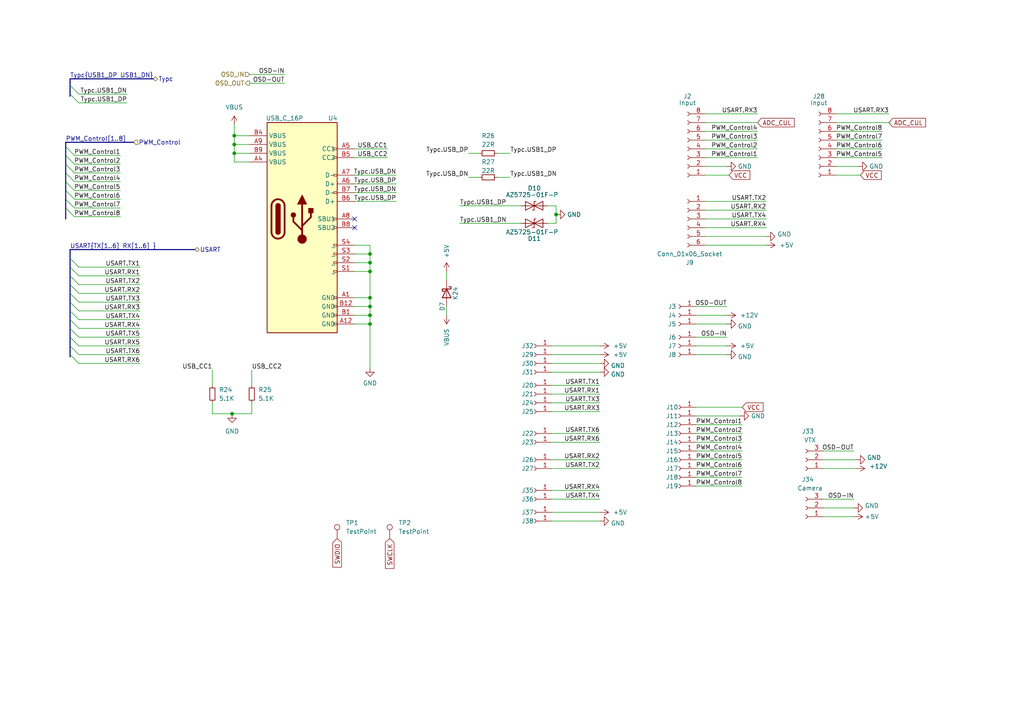
<source format=kicad_sch>
(kicad_sch (version 20231120) (generator "eeschema") (generator_version "8.0")
  (paper "A4")
  (lib_symbols
    (symbol "+5V_1" (power) (pin_numbers hide) (pin_names (offset 0) hide)
      (property "Value" "+5V" (at 0 3.556 0))
      (symbol "+5V_1_0_1"
        (polyline (pts (xy -0.762 1.27) (xy 0 2.54)))
        (polyline (pts (xy 0 0) (xy 0 2.54)))
        (polyline (pts (xy 0 2.54) (xy 0.762 1.27)))
      )
      (symbol "+5V_1_1_1"
        (pin power_in line (at 0 0 90) (length 0) (name "~") (number "1"))
      )
    )
    (symbol "Connector:Conn_01x01_Socket" (pin_names (offset 1.016) hide)
      (property "Reference" "J" (at 0 2.54 0))
      (property "Value" "Conn_01x01_Socket" (at 0 -2.54 0))
      (symbol "Conn_01x01_Socket_1_1"
        (polyline (pts (xy -1.27 0) (xy -0.508 0)) (stroke (width 0.1524)))
        (arc (start 0 0.508) (mid -0.5058 0) (end 0 -0.508) (stroke (width 0.1524)))
        (pin passive line (at -5.08 0 0) (length 3.81) (name "Pin_1") (number "1"))
      )
    )
    (symbol "Connector:Conn_01x03_Socket" (pin_names (offset 1.016) hide)
      (property "Reference" "J" (at 0 5.08 0))
      (property "Value" "Conn_01x03_Socket" (at 0 -5.08 0))
      (symbol "Conn_01x03_Socket_1_1"
        (arc (start 0 -2.032) (mid -0.5058 -2.54) (end 0 -3.048) (stroke (width 0.1524)))
        (polyline (pts (xy -1.27 -2.54) (xy -0.508 -2.54)) (stroke (width 0.1524)))
        (polyline (pts (xy -1.27 0) (xy -0.508 0)) (stroke (width 0.1524)))
        (polyline (pts (xy -1.27 2.54) (xy -0.508 2.54)) (stroke (width 0.1524)))
        (arc (start 0 0.508) (mid -0.5058 0) (end 0 -0.508) (stroke (width 0.1524)))
        (arc (start 0 3.048) (mid -0.5058 2.54) (end 0 2.032) (stroke (width 0.1524)))
        (pin passive line (at -5.08 2.54 0) (length 3.81) (name "Pin_1") (number "1"))
        (pin passive line (at -5.08 0 0) (length 3.81) (name "Pin_2") (number "2"))
        (pin passive line (at -5.08 -2.54 0) (length 3.81) (name "Pin_3") (number "3"))
      )
    )
    (symbol "Connector:Conn_01x06_Socket" (pin_names (offset 1.016) hide)
      (property "Reference" "J" (at 0 7.62 0))
      (property "Value" "Conn_01x06_Socket" (at 0 -10.16 0))
      (symbol "Conn_01x06_Socket_1_1"
        (arc (start 0 -7.112) (mid -0.5058 -7.62) (end 0 -8.128) (stroke (width 0.1524)))
        (arc (start 0 -4.572) (mid -0.5058 -5.08) (end 0 -5.588) (stroke (width 0.1524)))
        (arc (start 0 -2.032) (mid -0.5058 -2.54) (end 0 -3.048) (stroke (width 0.1524)))
        (polyline (pts (xy -1.27 -7.62) (xy -0.508 -7.62)) (stroke (width 0.1524)))
        (polyline (pts (xy -1.27 -5.08) (xy -0.508 -5.08)) (stroke (width 0.1524)))
        (polyline (pts (xy -1.27 -2.54) (xy -0.508 -2.54)) (stroke (width 0.1524)))
        (polyline (pts (xy -1.27 0) (xy -0.508 0)) (stroke (width 0.1524)))
        (polyline (pts (xy -1.27 2.54) (xy -0.508 2.54)) (stroke (width 0.1524)))
        (polyline (pts (xy -1.27 5.08) (xy -0.508 5.08)) (stroke (width 0.1524)))
        (arc (start 0 0.508) (mid -0.5058 0) (end 0 -0.508) (stroke (width 0.1524)))
        (arc (start 0 3.048) (mid -0.5058 2.54) (end 0 2.032) (stroke (width 0.1524)))
        (arc (start 0 5.588) (mid -0.5058 5.08) (end 0 4.572) (stroke (width 0.1524)))
        (pin passive line (at -5.08 5.08 0) (length 3.81) (name "Pin_1") (number "1"))
        (pin passive line (at -5.08 2.54 0) (length 3.81) (name "Pin_2") (number "2"))
        (pin passive line (at -5.08 0 0) (length 3.81) (name "Pin_3") (number "3"))
        (pin passive line (at -5.08 -2.54 0) (length 3.81) (name "Pin_4") (number "4"))
        (pin passive line (at -5.08 -5.08 0) (length 3.81) (name "Pin_5") (number "5"))
        (pin passive line (at -5.08 -7.62 0) (length 3.81) (name "Pin_6") (number "6"))
      )
    )
    (symbol "Connector:Conn_01x08_Socket" (pin_names (offset 1.016) hide)
      (property "Reference" "J" (at 0 10.16 0))
      (property "Value" "Conn_01x08_Socket" (at 0 -12.7 0))
      (symbol "Conn_01x08_Socket_1_1"
        (arc (start 0 -9.652) (mid -0.5058 -10.16) (end 0 -10.668) (stroke (width 0.1524)))
        (arc (start 0 -7.112) (mid -0.5058 -7.62) (end 0 -8.128) (stroke (width 0.1524)))
        (arc (start 0 -4.572) (mid -0.5058 -5.08) (end 0 -5.588) (stroke (width 0.1524)))
        (arc (start 0 -2.032) (mid -0.5058 -2.54) (end 0 -3.048) (stroke (width 0.1524)))
        (polyline (pts (xy -1.27 -10.16) (xy -0.508 -10.16)) (stroke (width 0.1524)))
        (polyline (pts (xy -1.27 -7.62) (xy -0.508 -7.62)) (stroke (width 0.1524)))
        (polyline (pts (xy -1.27 -5.08) (xy -0.508 -5.08)) (stroke (width 0.1524)))
        (polyline (pts (xy -1.27 -2.54) (xy -0.508 -2.54)) (stroke (width 0.1524)))
        (polyline (pts (xy -1.27 0) (xy -0.508 0)) (stroke (width 0.1524)))
        (polyline (pts (xy -1.27 2.54) (xy -0.508 2.54)) (stroke (width 0.1524)))
        (polyline (pts (xy -1.27 5.08) (xy -0.508 5.08)) (stroke (width 0.1524)))
        (polyline (pts (xy -1.27 7.62) (xy -0.508 7.62)) (stroke (width 0.1524)))
        (arc (start 0 0.508) (mid -0.5058 0) (end 0 -0.508) (stroke (width 0.1524)))
        (arc (start 0 3.048) (mid -0.5058 2.54) (end 0 2.032) (stroke (width 0.1524)))
        (arc (start 0 5.588) (mid -0.5058 5.08) (end 0 4.572) (stroke (width 0.1524)))
        (arc (start 0 8.128) (mid -0.5058 7.62) (end 0 7.112) (stroke (width 0.1524)))
        (pin passive line (at -5.08 7.62 0) (length 3.81) (name "Pin_1") (number "1"))
        (pin passive line (at -5.08 5.08 0) (length 3.81) (name "Pin_2") (number "2"))
        (pin passive line (at -5.08 2.54 0) (length 3.81) (name "Pin_3") (number "3"))
        (pin passive line (at -5.08 0 0) (length 3.81) (name "Pin_4") (number "4"))
        (pin passive line (at -5.08 -2.54 0) (length 3.81) (name "Pin_5") (number "5"))
        (pin passive line (at -5.08 -5.08 0) (length 3.81) (name "Pin_6") (number "6"))
        (pin passive line (at -5.08 -7.62 0) (length 3.81) (name "Pin_7") (number "7"))
        (pin passive line (at -5.08 -10.16 0) (length 3.81) (name "Pin_8") (number "8"))
      )
    )
    (symbol "Connector:TestPoint" (pin_numbers hide) (pin_names (offset 0.762) hide)
      (property "Reference" "TP" (at 0 6.858 0))
      (property "Value" "TestPoint" (at 0 5.08 0))
      (symbol "TestPoint_0_1"
        (circle (center 0 3.302) (radius 0.762))
      )
      (symbol "TestPoint_1_1"
        (pin passive line (at 0 0 90) (length 2.54) (name "1") (number "1"))
      )
    )
    (symbol "Device:R_Small" (pin_numbers hide) (pin_names (offset 0.254) hide)
      (property "Reference" "R" (at 0.762 0.508 0))
      (property "Value" "R_Small" (at 0.762 -1.016 0))
      (symbol "R_Small_0_1"
        (rectangle (start -0.762 1.778) (end 0.762 -1.778) (stroke (width 0.2032)))
      )
      (symbol "R_Small_1_1"
        (pin passive line (at 0 2.54 270) (length 0.762) (name "~") (number "1"))
        (pin passive line (at 0 -2.54 90) (length 0.762) (name "~") (number "2"))
      )
    )
    (symbol "Diode:1N5819WS" (pin_numbers hide) (pin_names (offset 1.016) hide)
      (property "Reference" "D" (at 0 2.54 0))
      (property "Value" "1N5819WS" (at 0 -2.54 0))
      (symbol "1N5819WS_0_1"
        (polyline (pts (xy 1.27 0) (xy -1.27 0)))
        (polyline (pts (xy 1.27 1.27) (xy 1.27 -1.27) (xy -1.27 0) (xy 1.27 1.27)) (stroke (width 0.254)))
        (polyline (pts (xy -1.905 0.635) (xy -1.905 1.27) (xy -1.27 1.27) (xy -1.27 -1.27) (xy -0.635 -1.27) (xy -0.635 -0.635)) (stroke (width 0.254)))
      )
      (symbol "1N5819WS_1_1"
        (pin passive line (at -3.81 0 0) (length 2.54) (name "K") (number "1"))
        (pin passive line (at 3.81 0 180) (length 2.54) (name "A") (number "2"))
      )
    )
    (symbol "Diode:ESD9B3.3ST5G" (pin_numbers hide) (pin_names (offset 1.016) hide)
      (property "Reference" "D" (at 0 2.54 0))
      (property "Value" "ESD9B3.3ST5G" (at 0 -2.54 0))
      (symbol "ESD9B3.3ST5G_0_1"
        (polyline (pts (xy 1.27 0) (xy -1.27 0)))
        (polyline (pts (xy -2.54 -1.27) (xy 0 0) (xy -2.54 1.27) (xy -2.54 -1.27)) (stroke (width 0.2032)))
        (polyline (pts (xy 0.508 1.27) (xy 0 1.27) (xy 0 -1.27) (xy -0.508 -1.27)) (stroke (width 0.2032)))
        (polyline (pts (xy 2.54 1.27) (xy 2.54 -1.27) (xy 0 0) (xy 2.54 1.27)) (stroke (width 0.2032)))
      )
      (symbol "ESD9B3.3ST5G_1_1"
        (pin passive line (at -3.81 0 0) (length 2.54) (name "A1") (number "1"))
        (pin passive line (at 3.81 0 180) (length 2.54) (name "A2") (number "2"))
      )
    )
    (symbol "PCM_4ms_Power-symbol:+12V" (power) (pin_names (offset 0))
      (property "Value" "+12V" (at 0 3.556 0))
      (symbol "+12V_0_1"
        (polyline (pts (xy -0.762 1.27) (xy 0 2.54)))
        (polyline (pts (xy 0 0) (xy 0 2.54)))
        (polyline (pts (xy 0 2.54) (xy 0.762 1.27)))
      )
      (symbol "+12V_1_1"
        (pin power_in line (at 0 0 90) (length 0) hide (name "+12V") (number "1"))
      )
    )
    (symbol "PCM_4ms_Power-symbol:+5V" (power) (pin_names (offset 0))
      (property "Value" "+5V" (at 0 3.556 0))
      (symbol "+5V_0_1"
        (polyline (pts (xy -0.762 1.27) (xy 0 2.54)))
        (polyline (pts (xy 0 0) (xy 0 2.54)))
        (polyline (pts (xy 0 2.54) (xy 0.762 1.27)))
      )
      (symbol "+5V_1_1"
        (pin power_in line (at 0 0 90) (length 0) hide (name "+5V") (number "1"))
      )
    )
    (symbol "PCM_4ms_Power-symbol:GND" (power) (pin_names (offset 0))
      (property "Value" "GND" (at 0 -3.81 0))
      (symbol "GND_0_1"
        (polyline (pts (xy 0 0) (xy 0 -1.27) (xy 1.27 -1.27) (xy 0 -2.54) (xy -1.27 -1.27) (xy 0 -1.27)))
      )
      (symbol "GND_1_1"
        (pin power_in line (at 0 0 270) (length 0) hide (name "GND") (number "1"))
      )
    )
    (symbol "Thorn_Library:USB_C_16P"
      (property "Reference" "U" (at -1.27 40.64 0))
      (property "Value" "USB_C_16P" (at -7.62 40.64 0))
      (symbol "USB_C_16P_0_0"
        (rectangle (start 13.97 -18.796) (end 12.954 -19.304))
        (rectangle (start 13.97 -16.256) (end 12.954 -16.764))
        (rectangle (start 13.97 -13.716) (end 12.954 -14.224))
        (rectangle (start 13.97 -11.176) (end 12.954 -11.684))
        (rectangle (start 13.97 -3.556) (end 12.954 -4.064))
        (rectangle (start 13.97 -1.016) (end 12.954 -1.524))
        (rectangle (start 13.97 1.524) (end 12.954 1.016))
        (rectangle (start 13.97 4.064) (end 12.954 3.556))
        (rectangle (start 13.97 9.144) (end 12.954 8.636))
        (rectangle (start 13.97 11.684) (end 12.954 11.176))
        (rectangle (start 13.97 19.304) (end 12.954 18.796))
        (rectangle (start 13.97 24.384) (end 12.954 23.876))
        (rectangle (start 13.97 29.464) (end 12.954 28.956))
        (rectangle (start 13.97 32.004) (end 12.954 31.496))
      )
      (symbol "USB_C_16P_0_1"
        (rectangle (start -6.35 39.37) (end 13.97 -21.59) (stroke (width 0.254)) (fill (type background)))
        (arc (start -5.08 7.62) (mid -3.175 5.7233) (end -1.27 7.62) (stroke (width 0.508)))
        (arc (start -3.81 7.62) (mid -3.175 6.9877) (end -2.54 7.62) (stroke (width 0.254)))
        (arc (start -3.81 7.62) (mid -3.175 6.9877) (end -2.54 7.62) (stroke (width 0.254)) (fill (type outline)))
        (rectangle (start -3.81 7.62) (end -2.54 15.24) (stroke (width 0.254)) (fill (type outline)))
        (arc (start -2.54 15.24) (mid -3.175 15.8723) (end -3.81 15.24) (stroke (width 0.254)))
        (arc (start -2.54 15.24) (mid -3.175 15.8723) (end -3.81 15.24) (stroke (width 0.254)) (fill (type outline)))
        (arc (start -1.27 15.24) (mid -3.175 17.1367) (end -5.08 15.24) (stroke (width 0.508)))
        (polyline (pts (xy -5.08 7.62) (xy -5.08 15.24)) (stroke (width 0.508)))
        (polyline (pts (xy -1.27 15.24) (xy -1.27 7.62)) (stroke (width 0.508)))
      )
      (symbol "USB_C_16P_1_1"
        (polyline (pts (xy 3.81 5.588) (xy 3.81 15.748)) (stroke (width 0.508)))
        (polyline (pts (xy 3.81 8.128) (xy 1.27 10.668) (xy 1.27 11.938)) (stroke (width 0.508)))
        (polyline (pts (xy 3.81 9.398) (xy 6.35 11.938) (xy 6.35 13.208)) (stroke (width 0.508)))
        (polyline (pts (xy 2.54 15.748) (xy 3.81 18.288) (xy 5.08 15.748) (xy 2.54 15.748)) (stroke (width 0.254)) (fill (type outline)))
        (circle (center 1.27 12.573) (radius 0.635) (stroke (width 0.254)) (fill (type outline)))
        (circle (center 3.81 5.588) (radius 1.27) (fill (type outline)))
        (rectangle (start 5.715 13.208) (end 6.985 14.478) (stroke (width 0.254)) (fill (type outline)))
        (pin passive line (at 19.05 -11.43 180) (length 5.08) (name "GND") (number "A1"))
        (pin passive line (at 19.05 -19.05 180) (length 5.08) (name "GND") (number "A12"))
        (pin passive line (at -11.43 27.94 0) (length 5.08) (name "VBUS") (number "A4"))
        (pin bidirectional line (at 19.05 31.75 180) (length 5.08) (name "CC1") (number "A5"))
        (pin bidirectional line (at 19.05 21.59 180) (length 5.08) (name "D+") (number "A6"))
        (pin bidirectional line (at 19.05 24.13 180) (length 5.08) (name "D-") (number "A7"))
        (pin bidirectional line (at 19.05 11.43 180) (length 5.08) (name "SBU1") (number "A8"))
        (pin passive line (at -11.43 33.02 0) (length 5.08) (name "VBUS") (number "A9"))
        (pin passive line (at 19.05 -16.51 180) (length 5.08) (name "GND") (number "B1"))
        (pin passive line (at 19.05 -13.97 180) (length 5.08) (name "GND") (number "B12"))
        (pin passive line (at -11.43 35.56 0) (length 5.08) (name "VBUS") (number "B4"))
        (pin bidirectional line (at 19.05 29.21 180) (length 5.08) (name "CC2") (number "B5"))
        (pin bidirectional line (at 19.05 16.51 180) (length 5.08) (name "D+") (number "B6"))
        (pin bidirectional line (at 19.05 19.05 180) (length 5.08) (name "D-") (number "B7"))
        (pin bidirectional line (at 19.05 8.89 180) (length 5.08) (name "SBU2") (number "B8"))
        (pin passive line (at -11.43 30.48 0) (length 5.08) (name "VBUS") (number "B9"))
        (pin passive line (at 19.05 -3.81 180) (length 5.08) (name "_") (number "S1"))
        (pin passive line (at 19.05 -1.27 180) (length 5.08) (name "_") (number "S2"))
        (pin passive line (at 19.05 1.27 180) (length 5.08) (name "_") (number "S3"))
        (pin passive line (at 19.05 3.81 180) (length 5.08) (name "_") (number "S4"))
      )
    )
    (symbol "power:+12V" (power) (pin_numbers hide) (pin_names (offset 0) hide)
      (property "Value" "+12V" (at 0 3.556 0))
      (symbol "+12V_0_1"
        (polyline (pts (xy -0.762 1.27) (xy 0 2.54)))
        (polyline (pts (xy 0 0) (xy 0 2.54)))
        (polyline (pts (xy 0 2.54) (xy 0.762 1.27)))
      )
      (symbol "+12V_1_1"
        (pin power_in line (at 0 0 90) (length 0) (name "~") (number "1"))
      )
    )
    (symbol "power:+5V" (power) (pin_names (offset 0))
      (property "Value" "+5V" (at 0 3.556 0))
      (symbol "+5V_0_1"
        (polyline (pts (xy -0.762 1.27) (xy 0 2.54)))
        (polyline (pts (xy 0 0) (xy 0 2.54)))
        (polyline (pts (xy 0 2.54) (xy 0.762 1.27)))
      )
      (symbol "+5V_1_1"
        (pin power_in line (at 0 0 90) (length 0) hide (name "+5V") (number "1"))
      )
    )
    (symbol "power:GND" (power) (pin_names (offset 0))
      (property "Value" "GND" (at 0 -3.81 0))
      (symbol "GND_0_1"
        (polyline (pts (xy 0 0) (xy 0 -1.27) (xy 1.27 -1.27) (xy 0 -2.54) (xy -1.27 -1.27) (xy 0 -1.27)))
      )
      (symbol "GND_1_1"
        (pin power_in line (at 0 0 270) (length 0) hide (name "GND") (number "1"))
      )
    )
    (symbol "power:VBUS" (power) (pin_names (offset 0))
      (property "Value" "VBUS" (at 0 3.81 0))
      (symbol "VBUS_0_1"
        (polyline (pts (xy -0.762 1.27) (xy 0 2.54)))
        (polyline (pts (xy 0 0) (xy 0 2.54)))
        (polyline (pts (xy 0 2.54) (xy 0.762 1.27)))
      )
      (symbol "VBUS_1_1"
        (pin power_in line (at 0 0 90) (length 0) hide (name "VBUS") (number "1"))
      )
    )
  )
  (junction (at 67.945 41.91))
  (junction (at 107.315 88.9))
  (junction (at 107.315 76.2))
  (junction (at 107.315 86.36))
  (junction (at 107.315 73.66))
  (junction (at 67.945 39.37))
  (junction (at 107.315 91.44))
  (junction (at 67.945 44.45))
  (junction (at 107.315 78.74))
  (junction (at 107.315 93.98))
  (junction (at 161.29 62.23))
  (junction (at 67.31 120.015))
  (no_connect (at 102.87 66.04))
  (no_connect (at 102.87 63.5))
  (bus_entry (at 19.05 60.325) (size 2.54 2.54))
  (bus_entry (at 20.32 102.87) (size 2.54 2.54))
  (bus_entry (at 20.32 24.765) (size 2.54 2.54))
  (bus_entry (at 20.32 87.63) (size 2.54 2.54))
  (bus_entry (at 19.05 52.705) (size 2.54 2.54))
  (bus_entry (at 19.05 47.625) (size 2.54 2.54))
  (bus_entry (at 19.05 50.165) (size 2.54 2.54))
  (bus_entry (at 20.32 80.01) (size 2.54 2.54))
  (bus_entry (at 20.32 82.55) (size 2.54 2.54))
  (bus_entry (at 19.05 57.785) (size 2.54 2.54))
  (bus_entry (at 19.05 55.245) (size 2.54 2.54))
  (bus_entry (at 20.32 74.93) (size 2.54 2.54))
  (bus_entry (at 19.05 42.545) (size 2.54 2.54))
  (bus_entry (at 20.32 95.25) (size 2.54 2.54))
  (bus_entry (at 20.32 92.71) (size 2.54 2.54))
  (bus_entry (at 20.32 97.79) (size 2.54 2.54))
  (bus_entry (at 20.32 85.09) (size 2.54 2.54))
  (bus_entry (at 20.32 77.47) (size 2.54 2.54))
  (bus_entry (at 20.32 100.33) (size 2.54 2.54))
  (bus_entry (at 19.05 45.085) (size 2.54 2.54))
  (bus_entry (at 20.32 90.17) (size 2.54 2.54))
  (bus_entry (at 20.32 27.305) (size 2.54 2.54))
  (wire (pts (xy 133.35 64.77) (xy 151.13 64.77)))
  (wire (pts (xy 107.315 93.98) (xy 107.315 106.68)))
  (wire (pts (xy 22.86 80.01) (xy 40.64 80.01)))
  (wire (pts (xy 247.65 130.81) (xy 238.76 130.81)))
  (wire (pts (xy 173.99 102.87) (xy 160.02 102.87)))
  (wire (pts (xy 173.99 100.33) (xy 160.02 100.33)))
  (wire (pts (xy 22.86 82.55) (xy 40.64 82.55)))
  (wire (pts (xy 102.87 58.42) (xy 114.935 58.42)))
  (wire (pts (xy 204.47 58.42) (xy 222.25 58.42)))
  (wire (pts (xy 102.87 76.2) (xy 107.315 76.2)))
  (bus (pts (xy 19.05 60.325) (xy 19.05 63.5)))
  (bus (pts (xy 20.32 87.63) (xy 20.32 90.17)))
  (wire (pts (xy 22.86 87.63) (xy 40.64 87.63)))
  (wire (pts (xy 160.02 135.89) (xy 173.99 135.89)))
  (wire (pts (xy 102.87 53.34) (xy 114.935 53.34)))
  (wire (pts (xy 160.02 151.13) (xy 173.99 151.13)))
  (wire (pts (xy 22.86 92.71) (xy 40.64 92.71)))
  (wire (pts (xy 107.315 88.9) (xy 107.315 91.44)))
  (wire (pts (xy 22.86 27.305) (xy 36.83 27.305)))
  (wire (pts (xy 210.82 100.33) (xy 201.93 100.33)))
  (wire (pts (xy 238.76 135.89) (xy 248.285 135.89)))
  (wire (pts (xy 161.29 62.23) (xy 161.29 64.77)))
  (wire (pts (xy 238.76 149.86) (xy 247.65 149.86)))
  (wire (pts (xy 160.02 119.38) (xy 173.99 119.38)))
  (wire (pts (xy 129.54 78.74) (xy 129.54 81.28)))
  (wire (pts (xy 160.02 144.78) (xy 173.99 144.78)))
  (wire (pts (xy 242.57 35.56) (xy 257.81 35.56)))
  (wire (pts (xy 22.86 102.87) (xy 40.64 102.87)))
  (wire (pts (xy 158.75 59.69) (xy 161.29 59.69)))
  (wire (pts (xy 102.87 93.98) (xy 107.315 93.98)))
  (bus (pts (xy 20.32 74.93) (xy 20.32 77.47)))
  (bus (pts (xy 20.32 92.71) (xy 20.32 95.25)))
  (wire (pts (xy 102.87 50.8) (xy 114.935 50.8)))
  (wire (pts (xy 21.59 60.325) (xy 34.925 60.325)))
  (wire (pts (xy 133.35 59.69) (xy 151.13 59.69)))
  (wire (pts (xy 161.29 59.69) (xy 161.29 62.23)))
  (wire (pts (xy 72.39 21.59) (xy 82.55 21.59)))
  (bus (pts (xy 20.32 72.39) (xy 20.32 74.93)))
  (wire (pts (xy 210.82 91.44) (xy 201.93 91.44)))
  (wire (pts (xy 135.89 51.435) (xy 139.065 51.435)))
  (bus (pts (xy 19.05 50.165) (xy 19.05 52.705)))
  (wire (pts (xy 201.93 133.35) (xy 215.265 133.35)))
  (wire (pts (xy 21.59 47.625) (xy 34.925 47.625)))
  (wire (pts (xy 102.87 73.66) (xy 107.315 73.66)))
  (wire (pts (xy 107.315 73.66) (xy 107.315 76.2)))
  (wire (pts (xy 107.315 91.44) (xy 107.315 93.98)))
  (bus (pts (xy 20.32 80.01) (xy 20.32 82.55)))
  (wire (pts (xy 242.57 43.18) (xy 255.905 43.18)))
  (wire (pts (xy 160.02 116.84) (xy 173.99 116.84)))
  (wire (pts (xy 73.025 107.315) (xy 73.025 111.76)))
  (bus (pts (xy 19.05 42.545) (xy 19.05 45.085)))
  (wire (pts (xy 22.86 77.47) (xy 40.64 77.47)))
  (wire (pts (xy 129.54 88.9) (xy 129.54 91.44)))
  (wire (pts (xy 21.59 52.705) (xy 34.925 52.705)))
  (wire (pts (xy 204.47 60.96) (xy 222.25 60.96)))
  (wire (pts (xy 160.02 107.95) (xy 173.99 107.95)))
  (wire (pts (xy 107.315 71.12) (xy 107.315 73.66)))
  (wire (pts (xy 61.595 107.315) (xy 61.595 111.76)))
  (wire (pts (xy 160.02 142.24) (xy 173.99 142.24)))
  (bus (pts (xy 20.32 100.33) (xy 20.32 102.87)))
  (wire (pts (xy 21.59 50.165) (xy 34.925 50.165)))
  (wire (pts (xy 160.02 128.27) (xy 173.99 128.27)))
  (wire (pts (xy 147.955 51.435) (xy 144.145 51.435)))
  (wire (pts (xy 160.02 105.41) (xy 173.99 105.41)))
  (wire (pts (xy 242.57 40.64) (xy 255.905 40.64)))
  (bus (pts (xy 19.05 41.275) (xy 19.05 42.545)))
  (wire (pts (xy 242.57 50.8) (xy 249.555 50.8)))
  (wire (pts (xy 147.955 44.45) (xy 144.145 44.45)))
  (bus (pts (xy 19.05 55.245) (xy 19.05 57.785)))
  (wire (pts (xy 135.89 44.45) (xy 139.065 44.45)))
  (wire (pts (xy 107.315 76.2) (xy 107.315 78.74)))
  (wire (pts (xy 201.93 125.73) (xy 215.265 125.73)))
  (bus (pts (xy 20.32 85.09) (xy 20.32 87.63)))
  (wire (pts (xy 160.02 114.3) (xy 173.99 114.3)))
  (wire (pts (xy 102.87 86.36) (xy 107.315 86.36)))
  (wire (pts (xy 201.93 135.89) (xy 215.265 135.89)))
  (wire (pts (xy 107.315 86.36) (xy 107.315 88.9)))
  (wire (pts (xy 102.87 91.44) (xy 107.315 91.44)))
  (wire (pts (xy 72.39 46.99) (xy 67.945 46.99)))
  (wire (pts (xy 204.47 71.12) (xy 222.25 71.12)))
  (wire (pts (xy 247.65 147.32) (xy 238.76 147.32)))
  (wire (pts (xy 102.87 78.74) (xy 107.315 78.74)))
  (bus (pts (xy 20.32 24.765) (xy 20.32 27.305)))
  (bus (pts (xy 20.32 77.47) (xy 20.32 80.01)))
  (wire (pts (xy 22.86 97.79) (xy 40.64 97.79)))
  (bus (pts (xy 19.05 45.085) (xy 19.05 47.625)))
  (wire (pts (xy 201.93 138.43) (xy 215.265 138.43)))
  (wire (pts (xy 204.47 45.72) (xy 219.71 45.72)))
  (wire (pts (xy 22.86 85.09) (xy 40.64 85.09)))
  (wire (pts (xy 248.285 133.35) (xy 238.76 133.35)))
  (wire (pts (xy 160.02 133.35) (xy 173.99 133.35)))
  (wire (pts (xy 201.93 120.65) (xy 214.63 120.65)))
  (bus (pts (xy 20.32 72.39) (xy 56.515 72.39)))
  (bus (pts (xy 20.32 27.305) (xy 20.32 27.94)))
  (wire (pts (xy 160.02 111.76) (xy 173.99 111.76)))
  (wire (pts (xy 102.87 71.12) (xy 107.315 71.12)))
  (wire (pts (xy 22.86 100.33) (xy 40.64 100.33)))
  (wire (pts (xy 107.315 78.74) (xy 107.315 86.36)))
  (bus (pts (xy 20.32 95.25) (xy 20.32 97.79)))
  (wire (pts (xy 210.82 97.79) (xy 201.93 97.79)))
  (wire (pts (xy 204.47 33.02) (xy 219.71 33.02)))
  (wire (pts (xy 204.47 43.18) (xy 219.71 43.18)))
  (wire (pts (xy 201.93 128.27) (xy 215.265 128.27)))
  (wire (pts (xy 210.82 88.9) (xy 201.93 88.9)))
  (wire (pts (xy 201.93 93.98) (xy 210.82 93.98)))
  (bus (pts (xy 20.32 82.55) (xy 20.32 85.09)))
  (wire (pts (xy 160.02 125.73) (xy 173.99 125.73)))
  (bus (pts (xy 20.32 97.79) (xy 20.32 100.33)))
  (wire (pts (xy 247.65 144.78) (xy 238.76 144.78)))
  (wire (pts (xy 204.47 63.5) (xy 222.25 63.5)))
  (bus (pts (xy 19.05 47.625) (xy 19.05 50.165)))
  (wire (pts (xy 204.47 66.04) (xy 222.25 66.04)))
  (bus (pts (xy 19.05 41.275) (xy 38.735 41.275)))
  (wire (pts (xy 102.87 45.72) (xy 112.395 45.72)))
  (wire (pts (xy 201.93 118.11) (xy 215.265 118.11)))
  (wire (pts (xy 102.87 88.9) (xy 107.315 88.9)))
  (bus (pts (xy 20.32 22.86) (xy 44.45 22.86)))
  (wire (pts (xy 67.945 36.195) (xy 67.945 39.37)))
  (wire (pts (xy 67.945 41.91) (xy 67.945 44.45)))
  (wire (pts (xy 222.25 68.58) (xy 204.47 68.58)))
  (wire (pts (xy 61.595 116.84) (xy 61.595 120.015)))
  (wire (pts (xy 61.595 120.015) (xy 67.31 120.015)))
  (wire (pts (xy 204.47 48.26) (xy 210.82 48.26)))
  (wire (pts (xy 72.39 24.13) (xy 82.55 24.13)))
  (wire (pts (xy 22.86 105.41) (xy 40.64 105.41)))
  (wire (pts (xy 67.945 39.37) (xy 67.945 41.91)))
  (wire (pts (xy 67.31 120.015) (xy 73.025 120.015)))
  (wire (pts (xy 21.59 62.865) (xy 34.925 62.865)))
  (wire (pts (xy 219.71 35.56) (xy 204.47 35.56)))
  (wire (pts (xy 21.59 57.785) (xy 34.925 57.785)))
  (wire (pts (xy 21.59 45.085) (xy 34.925 45.085)))
  (wire (pts (xy 242.57 33.02) (xy 257.81 33.02)))
  (bus (pts (xy 20.32 90.17) (xy 20.32 92.71)))
  (wire (pts (xy 201.93 123.19) (xy 215.265 123.19)))
  (wire (pts (xy 242.57 38.1) (xy 255.905 38.1)))
  (wire (pts (xy 73.025 116.84) (xy 73.025 120.015)))
  (wire (pts (xy 22.86 90.17) (xy 40.64 90.17)))
  (bus (pts (xy 20.32 22.86) (xy 20.32 24.765)))
  (bus (pts (xy 19.05 57.785) (xy 19.05 60.325)))
  (wire (pts (xy 242.57 48.26) (xy 248.92 48.26)))
  (wire (pts (xy 201.93 130.81) (xy 215.265 130.81)))
  (wire (pts (xy 67.945 44.45) (xy 72.39 44.45)))
  (wire (pts (xy 242.57 45.72) (xy 255.905 45.72)))
  (wire (pts (xy 161.29 64.77) (xy 158.75 64.77)))
  (bus (pts (xy 19.05 52.705) (xy 19.05 55.245)))
  (wire (pts (xy 72.39 39.37) (xy 67.945 39.37)))
  (wire (pts (xy 204.47 50.8) (xy 211.455 50.8)))
  (wire (pts (xy 102.87 43.18) (xy 112.395 43.18)))
  (wire (pts (xy 22.86 95.25) (xy 40.64 95.25)))
  (wire (pts (xy 72.39 41.91) (xy 67.945 41.91)))
  (wire (pts (xy 173.99 148.59) (xy 160.02 148.59)))
  (wire (pts (xy 204.47 40.64) (xy 219.71 40.64)))
  (wire (pts (xy 102.87 55.88) (xy 114.935 55.88)))
  (wire (pts (xy 201.93 140.97) (xy 215.265 140.97)))
  (bus (pts (xy 20.32 102.87) (xy 20.32 103.505)))
  (wire (pts (xy 22.86 29.845) (xy 36.83 29.845)))
  (wire (pts (xy 204.47 38.1) (xy 219.71 38.1)))
  (wire (pts (xy 67.945 44.45) (xy 67.945 46.99)))
  (wire (pts (xy 21.59 55.245) (xy 34.925 55.245)))
  (wire (pts (xy 201.93 102.87) (xy 210.82 102.87)))
  (label "OSD-IN" (at 82.55 21.59 180))
  (label "PWM_Control6" (at 215.265 135.89 180))
  (label "Typc.USB1_DN" (at 147.955 51.435 0))
  (label "PWM_Control4" (at 219.71 38.1 180))
  (label "Typc.USB1_DN" (at 133.35 64.77 0))
  (label "PWM_Control8" (at 34.925 62.865 180))
  (label "USART.RX3" (at 219.71 33.02 180))
  (label "USART.TX3" (at 173.99 116.84 180))
  (label "Typc{USB1_DP USB1_DN}" (at 20.32 22.86 0))
  (label "USART.RX4" (at 222.25 66.04 180))
  (label "PWM_Control2" (at 34.925 47.625 180))
  (label "Typc.USB1_DP" (at 36.83 29.845 180))
  (label "PWM_Control3" (at 219.71 40.64 180))
  (label "USART.RX2" (at 173.99 133.35 180))
  (label "Typc.USB_DN" (at 114.935 50.8 180))
  (label "PWM_Control7" (at 255.905 40.64 180))
  (label "USB_CC2" (at 112.395 45.72 180))
  (label "PWM_Control6" (at 34.925 57.785 180))
  (label "PWM_Control3" (at 34.925 50.165 180))
  (label "USART.TX6" (at 173.99 125.73 180))
  (label "PWM_Control8" (at 215.265 140.97 180))
  (label "OSD-OUT" (at 247.65 130.81 180))
  (label "PWM_Control2" (at 215.265 125.73 180))
  (label "Typc.USB_DN" (at 135.89 51.435 180))
  (label "USART.TX2" (at 40.64 82.55 180))
  (label "PWM_Control8" (at 255.905 38.1 180))
  (label "USART.TX1" (at 40.64 77.47 180))
  (label "USART.RX3" (at 173.99 119.38 180))
  (label "USART.RX5" (at 40.64 100.33 180))
  (label "USART.RX6" (at 40.64 105.41 180))
  (label "USART{TX[1..6] RX[1..6] }" (at 20.32 72.39 0))
  (label "PWM_Control5" (at 34.925 55.245 180))
  (label "PWM_Control4" (at 215.265 130.81 180))
  (label "USART.TX5" (at 40.64 97.79 180))
  (label "PWM_Control1" (at 215.265 123.19 180))
  (label "PWM_Control1" (at 219.71 45.72 180))
  (label "PWM_Control1" (at 34.925 45.085 180))
  (label "Typc.USB_DN" (at 114.935 55.88 180))
  (label "Typc.USB1_DP" (at 147.955 44.45 0))
  (label "USART.RX4" (at 173.99 142.24 180))
  (label "PWM_Control7" (at 34.925 60.325 180))
  (label "PWM_Control5" (at 215.265 133.35 180))
  (label "OSD-OUT" (at 210.82 88.9 180))
  (label "Typc.USB1_DN" (at 36.83 27.305 180))
  (label "USB_CC1" (at 112.395 43.18 180))
  (label "PWM_Control2" (at 219.71 43.18 180))
  (label "USART.TX3" (at 40.64 87.63 180))
  (label "USART.RX2" (at 222.25 60.96 180))
  (label "USART.TX2" (at 173.99 135.89 180))
  (label "PWM_Control4" (at 34.925 52.705 180))
  (label "PWM_Control[1..8]" (at 19.05 41.275 0))
  (label "PWM_Control5" (at 255.905 45.72 180))
  (label "USART.RX1" (at 173.99 114.3 180))
  (label "USB_CC1" (at 61.595 107.315 180))
  (label "USART.RX1" (at 40.64 80.01 180))
  (label "USART.TX4" (at 173.99 144.78 180))
  (label "USART.TX2" (at 222.25 58.42 180))
  (label "USART.TX4" (at 222.25 63.5 180))
  (label "OSD-IN" (at 247.65 144.78 180))
  (label "Typc.USB_DP" (at 114.935 58.42 180))
  (label "Typc.USB_DP" (at 135.89 44.45 180))
  (label "PWM_Control3" (at 215.265 128.27 180))
  (label "USART.RX4" (at 40.64 95.25 180))
  (label "USART.RX3" (at 257.81 33.02 180))
  (label "PWM_Control7" (at 215.265 138.43 180))
  (label "Typc.USB_DP" (at 114.935 53.34 180))
  (label "USART.RX2" (at 40.64 85.09 180))
  (label "USART.TX6" (at 40.64 102.87 180))
  (label "PWM_Control6" (at 255.905 43.18 180))
  (label "USB_CC2" (at 73.025 107.315 0))
  (label "USART.RX6" (at 173.99 128.27 180))
  (label "OSD-OUT" (at 82.55 24.13 180))
  (label "Typc.USB1_DP" (at 133.35 59.69 0))
  (label "USART.RX3" (at 40.64 90.17 180))
  (label "OSD-IN" (at 210.82 97.79 180))
  (label "USART.TX4" (at 40.64 92.71 180))
  (label "USART.TX1" (at 173.99 111.76 180))
  (global_label "VCC" (shape input) (at 215.265 118.11 0) (property "Intersheetrefs" "${INTERSHEET_REFS}" (effects (hide yes))))
  (global_label "ADC_CUL" (shape input) (at 257.81 35.56 0) (property "Intersheetrefs" "${INTERSHEET_REFS}" (effects (hide yes))))
  (global_label "VCC" (shape input) (at 211.455 50.8 0) (property "Intersheetrefs" "${INTERSHEET_REFS}" (effects (hide yes))))
  (global_label "SWCLK" (shape input) (at 113.03 156.21 270) (property "Intersheetrefs" "${INTERSHEET_REFS}" (effects (hide yes))))
  (global_label "VCC" (shape input) (at 249.555 50.8 0) (property "Intersheetrefs" "${INTERSHEET_REFS}" (effects (hide yes))))
  (global_label "ADC_CUL" (shape input) (at 219.71 35.56 0) (property "Intersheetrefs" "${INTERSHEET_REFS}" (effects (hide yes))))
  (global_label "SWDIO" (shape input) (at 97.79 156.21 270) (property "Intersheetrefs" "${INTERSHEET_REFS}" (effects (hide yes))))
  (hierarchical_label "Typc" (shape bidirectional) (at 44.45 22.86 0))
  (hierarchical_label "OSD_IN" (shape input) (at 72.39 21.59 180))
  (hierarchical_label "USART" (shape bidirectional) (at 56.515 72.39 0))
  (hierarchical_label "PWM_Control" (shape input) (at 38.735 41.275 0))
  (hierarchical_label "OSD_OUT" (shape output) (at 72.39 24.13 180))
  (symbol (lib_id "Connector:Conn_01x01_Socket") (at 196.85 125.73 180) (unit 1)
    (property "Reference" "J13" (at 194.945 125.73 0))
    (property "Value" "Conn_01x01_Socket" (effects (hide yes)))
    (property "Footprint" "NewSkyH7-Air:Test" (effects (hide yes)))
  )
  (symbol (lib_id "Connector:Conn_01x01_Socket") (at 154.94 119.38 180) (unit 1)
    (property "Reference" "J25" (at 153.035 119.38 0))
    (property "Value" "Conn_01x01_Socket" (effects (hide yes)))
    (property "Footprint" "NewSkyH7-Air:Test" (effects (hide yes)))
  )
  (symbol (lib_id "Connector:Conn_01x01_Socket") (at 196.85 133.35 180) (unit 1)
    (property "Reference" "J16" (at 194.945 133.35 0))
    (property "Value" "Conn_01x01_Socket" (effects (hide yes)))
    (property "Footprint" "NewSkyH7-Air:Test" (effects (hide yes)))
  )
  (symbol (lib_id "Connector:TestPoint") (at 113.03 156.21 0) (unit 1)
    (property "Reference" "TP2" (at 115.57 151.6379 0) (effects (justify left)))
    (property "Value" "TestPoint" (at 115.57 154.1779 0) (effects (justify left)))
    (property "Footprint" "Power_System:Test" (effects (hide yes)))
    (property "Description" "test point" (effects (hide yes)))
  )
  (symbol (lib_id "Diode:ESD9B3.3ST5G") (at 154.94 59.69 180) (unit 1)
    (property "Reference" "D10" (at 153.035 54.61 0) (effects (justify right)))
    (property "Value" "AZ5725-01F-P" (at 146.685 56.515 0) (effects (justify right)))
    (property "Footprint" "Diode_SMD:D_0402_1005Metric" (effects (hide yes)))
  )
  (symbol (lib_id "power:GND") (at 107.315 106.68 0) (unit 1)
    (property "Reference" "#PWR059" (effects (hide yes)))
    (property "Value" "GND" (at 107.315 111.125 0))
  )
  (symbol (lib_name "+5V_1") (lib_id "power:+5V") (at 222.25 71.12 270) (unit 1)
    (property "Reference" "#PWR081" (effects (hide yes)))
    (property "Value" "+5V" (at 226.06 71.1199 90) (effects (justify left)))
    (property "Description" "Power symbol creates a global label with name \"+5V\"" (effects (hide yes)))
  )
  (symbol (lib_id "Connector:Conn_01x01_Socket") (at 196.85 93.98 180) (unit 1)
    (property "Reference" "J5" (at 194.945 93.98 0))
    (property "Value" "Conn_01x01_Socket" (effects (hide yes)))
    (property "Footprint" "NewSkyH7-Air:Test" (effects (hide yes)))
  )
  (symbol (lib_name "+5V_1") (lib_id "power:+5V") (at 173.99 148.59 270) (unit 1)
    (property "Reference" "#PWR0103" (effects (hide yes)))
    (property "Value" "+5V" (at 177.8 148.5899 90) (effects (justify left)))
    (property "Description" "Power symbol creates a global label with name \"+5V\"" (effects (hide yes)))
  )
  (symbol (lib_id "power:+5V") (at 129.54 78.74 0) (unit 1)
    (property "Reference" "#PWR060" (effects (hide yes)))
    (property "Value" "+5V" (at 129.5401 74.93 90) (effects (justify left)))
  )
  (symbol (lib_id "Connector:Conn_01x01_Socket") (at 196.85 91.44 180) (unit 1)
    (property "Reference" "J4" (at 194.945 91.44 0))
    (property "Value" "Conn_01x01_Socket" (effects (hide yes)))
    (property "Footprint" "NewSkyH7-Air:Test" (effects (hide yes)))
  )
  (symbol (lib_id "Connector:Conn_01x01_Socket") (at 154.94 107.95 180) (unit 1)
    (property "Reference" "J31" (at 153.035 107.95 0))
    (property "Value" "Conn_01x01_Socket" (effects (hide yes)))
    (property "Footprint" "NewSkyH7-Air:Test" (effects (hide yes)))
  )
  (symbol (lib_id "Connector:Conn_01x01_Socket") (at 196.85 123.19 180) (unit 1)
    (property "Reference" "J12" (at 194.945 123.19 0))
    (property "Value" "Conn_01x01_Socket" (effects (hide yes)))
    (property "Footprint" "NewSkyH7-Air:Test" (effects (hide yes)))
  )
  (symbol (lib_id "Connector:Conn_01x01_Socket") (at 196.85 118.11 180) (unit 1)
    (property "Reference" "J10" (at 194.945 118.11 0))
    (property "Value" "Conn_01x01_Socket" (effects (hide yes)))
    (property "Footprint" "NewSkyH7-Air:Test" (effects (hide yes)))
  )
  (symbol (lib_id "Connector:Conn_01x01_Socket") (at 154.94 144.78 180) (unit 1)
    (property "Reference" "J36" (at 153.035 144.78 0))
    (property "Value" "Conn_01x01_Socket" (effects (hide yes)))
    (property "Footprint" "NewSkyH7-Air:Test" (effects (hide yes)))
  )
  (symbol (lib_id "PCM_4ms_Power-symbol:GND") (at 248.92 48.26 90) (unit 1)
    (property "Reference" "#PWR043" (effects (hide yes)))
    (property "Value" "GND" (at 252.095 48.26 90) (effects (justify right)))
  )
  (symbol (lib_id "PCM_4ms_Power-symbol:GND") (at 210.82 93.98 90) (unit 1)
    (property "Reference" "#PWR082" (effects (hide yes)))
    (property "Value" "GND" (at 213.995 94.615 90) (effects (justify right)))
  )
  (symbol (lib_id "Connector:Conn_01x01_Socket") (at 154.94 148.59 180) (unit 1)
    (property "Reference" "J37" (at 153.035 148.59 0))
    (property "Value" "Conn_01x01_Socket" (effects (hide yes)))
    (property "Footprint" "NewSkyH7-Air:Test" (effects (hide yes)))
  )
  (symbol (lib_id "Connector:Conn_01x01_Socket") (at 196.85 138.43 180) (unit 1)
    (property "Reference" "J18" (at 194.945 138.43 0))
    (property "Value" "Conn_01x01_Socket" (effects (hide yes)))
    (property "Footprint" "NewSkyH7-Air:Test" (effects (hide yes)))
  )
  (symbol (lib_id "power:GND") (at 161.29 62.23 90) (unit 1)
    (property "Reference" "#PWR092" (effects (hide yes)))
    (property "Value" "GND" (at 164.465 62.2299 90) (effects (justify right)))
  )
  (symbol (lib_id "power:VBUS") (at 67.945 36.195 0) (unit 1)
    (property "Reference" "#PWR058" (effects (hide yes)))
    (property "Value" "VBUS" (at 67.945 31.115 0))
  )
  (symbol (lib_id "Connector:Conn_01x01_Socket") (at 154.94 111.76 180) (unit 1)
    (property "Reference" "J20" (at 153.035 111.76 0))
    (property "Value" "Conn_01x01_Socket" (effects (hide yes)))
    (property "Footprint" "NewSkyH7-Air:Test" (effects (hide yes)))
  )
  (symbol (lib_id "Connector:Conn_01x01_Socket") (at 154.94 133.35 180) (unit 1)
    (property "Reference" "J26" (at 153.035 133.35 0))
    (property "Value" "Conn_01x01_Socket" (effects (hide yes)))
    (property "Footprint" "NewSkyH7-Air:Test" (effects (hide yes)))
  )
  (symbol (lib_id "Connector:Conn_01x01_Socket") (at 154.94 135.89 180) (unit 1)
    (property "Reference" "J27" (at 153.035 135.89 0))
    (property "Value" "Conn_01x01_Socket" (effects (hide yes)))
    (property "Footprint" "NewSkyH7-Air:Test" (effects (hide yes)))
  )
  (symbol (lib_id "power:GND") (at 67.31 120.015 0) (unit 1)
    (property "Reference" "#PWR057" (effects (hide yes)))
    (property "Value" "GND" (at 67.31 125.095 0))
  )
  (symbol (lib_id "Connector:Conn_01x01_Socket") (at 196.85 130.81 180) (unit 1)
    (property "Reference" "J15" (at 194.945 130.81 0))
    (property "Value" "Conn_01x01_Socket" (effects (hide yes)))
    (property "Footprint" "NewSkyH7-Air:Test" (effects (hide yes)))
  )
  (symbol (lib_id "Connector:Conn_01x01_Socket") (at 154.94 125.73 180) (unit 1)
    (property "Reference" "J22" (at 153.035 125.73 0))
    (property "Value" "Conn_01x01_Socket" (effects (hide yes)))
    (property "Footprint" "NewSkyH7-Air:Test" (effects (hide yes)))
  )
  (symbol (lib_id "Connector:Conn_01x03_Socket") (at 233.68 147.32 180) (unit 1)
    (property "Reference" "J34" (at 234.315 139.065 0))
    (property "Value" "Camera" (at 234.95 141.605 0))
    (property "Footprint" "Power_System:JST_SM03B-SRSS-TB(LF)(SN)" (effects (hide yes)))
  )
  (symbol (lib_id "Connector:Conn_01x03_Socket") (at 233.68 133.35 180) (unit 1)
    (property "Reference" "J33" (at 234.315 125.095 0))
    (property "Value" "VTX" (at 234.95 127.635 0))
    (property "Footprint" "Power_System:JST_SM03B-SRSS-TB(LF)(SN)" (effects (hide yes)))
  )
  (symbol (lib_id "Connector:Conn_01x06_Socket") (at 199.39 63.5 0) (mirror y) (unit 1)
    (property "Reference" "J9" (at 200.025 76.2 0))
    (property "Value" "Conn_01x06_Socket" (at 200.025 73.66 0))
    (property "Footprint" "Power_System:JST_SM06B-SRSS-TB(LF)(SN)" (effects (hide yes)))
    (property "Description" "Generic connector, single row, 01x06, script generated" (effects (hide yes)))
  )
  (symbol (lib_id "Diode:1N5819WS") (at 129.54 85.09 270) (unit 1)
    (property "Reference" "D7" (at 128.27 88.9 0))
    (property "Value" "K24" (at 132.08 85.09 0))
    (property "Footprint" "Diode_SMD:D_SOD-123F" (effects (hide yes)))
    (property "Datasheet" "https://datasheet.lcsc.com/lcsc/2204281430_Guangdong-Hottech-1N5819WS_C191023.pdf" (effects (hide yes)))
  )
  (symbol (lib_id "Connector:Conn_01x01_Socket") (at 196.85 128.27 180) (unit 1)
    (property "Reference" "J14" (at 194.945 128.27 0))
    (property "Value" "Conn_01x01_Socket" (effects (hide yes)))
    (property "Footprint" "NewSkyH7-Air:Test" (effects (hide yes)))
  )
  (symbol (lib_id "PCM_4ms_Power-symbol:GND") (at 173.99 151.13 90) (unit 1)
    (property "Reference" "#PWR0104" (effects (hide yes)))
    (property "Value" "GND" (at 177.165 151.765 90) (effects (justify right)))
  )
  (symbol (lib_id "Connector:Conn_01x01_Socket") (at 154.94 105.41 180) (unit 1)
    (property "Reference" "J30" (at 153.035 105.41 0))
    (property "Value" "Conn_01x01_Socket" (effects (hide yes)))
    (property "Footprint" "NewSkyH7-Air:Test" (effects (hide yes)))
  )
  (symbol (lib_id "Connector:Conn_01x08_Socket") (at 199.39 43.18 180) (unit 1)
    (property "Reference" "J2" (at 199.39 27.94 0))
    (property "Value" "Input" (at 199.39 29.845 0))
    (property "Footprint" "Power_System:SH1.0mm_8P" (effects (hide yes)))
  )
  (symbol (lib_id "Connector:Conn_01x01_Socket") (at 196.85 88.9 180) (unit 1)
    (property "Reference" "J3" (at 194.945 88.9 0))
    (property "Value" "Conn_01x01_Socket" (effects (hide yes)))
    (property "Footprint" "NewSkyH7-Air:Test" (effects (hide yes)))
  )
  (symbol (lib_id "Connector:TestPoint") (at 97.79 156.21 0) (unit 1)
    (property "Reference" "TP1" (at 100.33 151.6379 0) (effects (justify left)))
    (property "Value" "TestPoint" (at 100.33 154.1779 0) (effects (justify left)))
    (property "Footprint" "Power_System:Test" (effects (hide yes)))
    (property "Description" "test point" (effects (hide yes)))
  )
  (symbol (lib_id "Connector:Conn_01x01_Socket") (at 196.85 100.33 180) (unit 1)
    (property "Reference" "J7" (at 194.945 100.33 0))
    (property "Value" "Conn_01x01_Socket" (effects (hide yes)))
    (property "Footprint" "NewSkyH7-Air:Test" (effects (hide yes)))
  )
  (symbol (lib_id "PCM_4ms_Power-symbol:+5V") (at 247.65 149.86 270) (mirror x) (unit 1)
    (property "Reference" "#PWR099" (effects (hide yes)))
    (property "Value" "+5V" (at 250.825 149.86 90) (effects (justify left)))
  )
  (symbol (lib_id "Connector:Conn_01x01_Socket") (at 196.85 140.97 180) (unit 1)
    (property "Reference" "J19" (at 194.945 140.97 0))
    (property "Value" "Conn_01x01_Socket" (effects (hide yes)))
    (property "Footprint" "NewSkyH7-Air:Test" (effects (hide yes)))
  )
  (symbol (lib_id "Connector:Conn_01x08_Socket") (at 237.49 43.18 180) (unit 1)
    (property "Reference" "J28" (at 237.49 27.94 0))
    (property "Value" "Input" (at 237.49 29.845 0))
    (property "Footprint" "Power_System:SH1.0mm_8P" (effects (hide yes)))
  )
  (symbol (lib_id "Connector:Conn_01x01_Socket") (at 154.94 102.87 180) (unit 1)
    (property "Reference" "J29" (at 153.035 102.87 0))
    (property "Value" "Conn_01x01_Socket" (effects (hide yes)))
    (property "Footprint" "NewSkyH7-Air:Test" (effects (hide yes)))
  )
  (symbol (lib_id "PCM_4ms_Power-symbol:GND") (at 247.65 147.32 90) (mirror x) (unit 1)
    (property "Reference" "#PWR0100" (effects (hide yes)))
    (property "Value" "GND" (at 250.825 146.685 90) (effects (justify right)))
  )
  (symbol (lib_id "power:VBUS") (at 129.54 91.44 180) (unit 1)
    (property "Reference" "#PWR061" (effects (hide yes)))
    (property "Value" "VBUS" (at 129.5401 95.25 90) (effects (justify left)))
  )
  (symbol (lib_name "+5V_1") (lib_id "power:+5V") (at 173.99 100.33 270) (unit 1)
    (property "Reference" "#PWR098" (effects (hide yes)))
    (property "Value" "+5V" (at 177.8 100.3299 90) (effects (justify left)))
    (property "Description" "Power symbol creates a global label with name \"+5V\"" (effects (hide yes)))
  )
  (symbol (lib_id "Connector:Conn_01x01_Socket") (at 196.85 120.65 180) (unit 1)
    (property "Reference" "J11" (at 194.945 120.65 0))
    (property "Value" "Conn_01x01_Socket" (effects (hide yes)))
    (property "Footprint" "NewSkyH7-Air:Test" (effects (hide yes)))
  )
  (symbol (lib_id "Connector:Conn_01x01_Socket") (at 196.85 97.79 180) (unit 1)
    (property "Reference" "J6" (at 194.945 97.79 0))
    (property "Value" "Conn_01x01_Socket" (effects (hide yes)))
    (property "Footprint" "NewSkyH7-Air:Test" (effects (hide yes)))
  )
  (symbol (lib_id "Device:R_Small") (at 73.025 114.3 0) (unit 1)
    (property "Reference" "R25" (at 74.93 113.0299 0) (effects (justify left)))
    (property "Value" "5.1K" (at 74.93 115.5699 0) (effects (justify left)))
    (property "Footprint" "Resistor_SMD:R_0402_1005Metric" (effects (hide yes)))
  )
  (symbol (lib_id "Thorn_Library:USB_C_16P") (at 83.82 74.93 0) (unit 1)
    (property "Reference" "U4" (at 96.52 34.29 0))
    (property "Value" "USB_C_16P" (at 82.55 34.29 0))
    (property "Footprint" "NewSky_Library:Type-C 16P-SMD" (effects (hide yes)))
  )
  (symbol (lib_id "PCM_4ms_Power-symbol:GND") (at 222.25 68.58 90) (mirror x) (unit 1)
    (property "Reference" "#PWR080" (effects (hide yes)))
    (property "Value" "GND" (at 225.425 67.945 90) (effects (justify right)))
  )
  (symbol (lib_id "Connector:Conn_01x01_Socket") (at 154.94 114.3 180) (unit 1)
    (property "Reference" "J21" (at 153.035 114.3 0))
    (property "Value" "Conn_01x01_Socket" (effects (hide yes)))
    (property "Footprint" "NewSkyH7-Air:Test" (effects (hide yes)))
  )
  (symbol (lib_id "Connector:Conn_01x01_Socket") (at 154.94 142.24 180) (unit 1)
    (property "Reference" "J35" (at 153.035 142.24 0))
    (property "Value" "Conn_01x01_Socket" (effects (hide yes)))
    (property "Footprint" "NewSkyH7-Air:Test" (effects (hide yes)))
  )
  (symbol (lib_id "PCM_4ms_Power-symbol:GND") (at 214.63 120.65 90) (mirror x) (unit 1)
    (property "Reference" "#PWR086" (effects (hide yes)))
    (property "Value" "GND" (at 217.805 120.65 90) (effects (justify right)))
  )
  (symbol (lib_id "PCM_4ms_Power-symbol:GND") (at 173.99 105.41 90) (unit 1)
    (property "Reference" "#PWR096" (effects (hide yes)))
    (property "Value" "GND" (at 177.165 106.045 90) (effects (justify right)))
  )
  (symbol (lib_id "Connector:Conn_01x01_Socket") (at 154.94 151.13 180) (unit 1)
    (property "Reference" "J38" (at 153.035 151.13 0))
    (property "Value" "Conn_01x01_Socket" (effects (hide yes)))
    (property "Footprint" "NewSkyH7-Air:Test" (effects (hide yes)))
  )
  (symbol (lib_id "Connector:Conn_01x01_Socket") (at 196.85 102.87 180) (unit 1)
    (property "Reference" "J8" (at 194.945 102.87 0))
    (property "Value" "Conn_01x01_Socket" (effects (hide yes)))
    (property "Footprint" "NewSkyH7-Air:Test" (effects (hide yes)))
  )
  (symbol (lib_id "Device:R_Small") (at 61.595 114.3 0) (unit 1)
    (property "Reference" "R24" (at 63.5 113.0299 0) (effects (justify left)))
    (property "Value" "5.1K" (at 63.5 115.5699 0) (effects (justify left)))
    (property "Footprint" "Resistor_SMD:R_0402_1005Metric" (effects (hide yes)))
  )
  (symbol (lib_id "power:+12V") (at 210.82 91.44 270) (mirror x) (unit 1)
    (property "Reference" "#PWR083" (effects (hide yes)))
    (property "Value" "+12V" (at 214.63 91.4401 90) (effects (justify left)))
    (property "Description" "Power symbol creates a global label with name \"+12V\"" (effects (hide yes)))
  )
  (symbol (lib_name "+5V_1") (lib_id "power:+5V") (at 173.99 102.87 270) (unit 1)
    (property "Reference" "#PWR095" (effects (hide yes)))
    (property "Value" "+5V" (at 177.8 102.8699 90) (effects (justify left)))
    (property "Description" "Power symbol creates a global label with name \"+5V\"" (effects (hide yes)))
  )
  (symbol (lib_id "PCM_4ms_Power-symbol:+12V") (at 248.285 135.89 270) (mirror x) (unit 1)
    (property "Reference" "#PWR0101" (effects (hide yes)))
    (property "Value" "+12V" (at 252.095 135.255 90) (effects (justify left)))
  )
  (symbol (lib_id "PCM_4ms_Power-symbol:GND") (at 210.82 48.26 90) (unit 1)
    (property "Reference" "#PWR076" (effects (hide yes)))
    (property "Value" "GND" (at 213.995 48.26 90) (effects (justify right)))
  )
  (symbol (lib_id "Device:R_Small") (at 141.605 44.45 90) (unit 1)
    (property "Reference" "R26" (at 141.605 39.37 90))
    (property "Value" "22R" (at 141.605 41.91 90))
    (property "Footprint" "Resistor_SMD:R_0402_1005Metric" (effects (hide yes)))
  )
  (symbol (lib_id "Connector:Conn_01x01_Socket") (at 196.85 135.89 180) (unit 1)
    (property "Reference" "J17" (at 194.945 135.89 0))
    (property "Value" "Conn_01x01_Socket" (effects (hide yes)))
    (property "Footprint" "NewSkyH7-Air:Test" (effects (hide yes)))
  )
  (symbol (lib_id "PCM_4ms_Power-symbol:GND") (at 173.99 107.95 90) (unit 1)
    (property "Reference" "#PWR097" (effects (hide yes)))
    (property "Value" "GND" (at 177.165 108.585 90) (effects (justify right)))
  )
  (symbol (lib_id "Connector:Conn_01x01_Socket") (at 154.94 116.84 180) (unit 1)
    (property "Reference" "J24" (at 153.035 116.84 0))
    (property "Value" "Conn_01x01_Socket" (effects (hide yes)))
    (property "Footprint" "NewSkyH7-Air:Test" (effects (hide yes)))
  )
  (symbol (lib_id "Device:R_Small") (at 141.605 51.435 90) (unit 1)
    (property "Reference" "R27" (at 141.605 46.99 90))
    (property "Value" "22R" (at 141.605 49.53 90))
    (property "Footprint" "Resistor_SMD:R_0402_1005Metric" (effects (hide yes)))
  )
  (symbol (lib_name "+5V_1") (lib_id "power:+5V") (at 210.82 100.33 270) (unit 1)
    (property "Reference" "#PWR084" (effects (hide yes)))
    (property "Value" "+5V" (at 214.63 100.3299 90) (effects (justify left)))
    (property "Description" "Power symbol creates a global label with name \"+5V\"" (effects (hide yes)))
  )
  (symbol (lib_id "Connector:Conn_01x01_Socket") (at 154.94 128.27 180) (unit 1)
    (property "Reference" "J23" (at 153.035 128.27 0))
    (property "Value" "Conn_01x01_Socket" (effects (hide yes)))
    (property "Footprint" "NewSkyH7-Air:Test" (effects (hide yes)))
  )
  (symbol (lib_id "PCM_4ms_Power-symbol:GND") (at 210.82 102.87 90) (unit 1)
    (property "Reference" "#PWR085" (effects (hide yes)))
    (property "Value" "GND" (at 213.995 103.505 90) (effects (justify right)))
  )
  (symbol (lib_id "Diode:ESD9B3.3ST5G") (at 154.94 64.77 180) (unit 1)
    (property "Reference" "D11" (at 153.035 69.215 0) (effects (justify right)))
    (property "Value" "AZ5725-01F-P" (at 146.685 67.31 0) (effects (justify right)))
    (property "Footprint" "Diode_SMD:D_0402_1005Metric" (effects (hide yes)))
  )
  (symbol (lib_id "Connector:Conn_01x01_Socket") (at 154.94 100.33 180) (unit 1)
    (property "Reference" "J32" (at 153.035 100.33 0))
    (property "Value" "Conn_01x01_Socket" (effects (hide yes)))
    (property "Footprint" "NewSkyH7-Air:Test" (effects (hide yes)))
  )
  (symbol (lib_id "PCM_4ms_Power-symbol:GND") (at 248.285 133.35 90) (mirror x) (unit 1)
    (property "Reference" "#PWR0102" (effects (hide yes)))
    (property "Value" "GND" (at 251.46 132.715 90) (effects (justify right)))
  )
)
</source>
